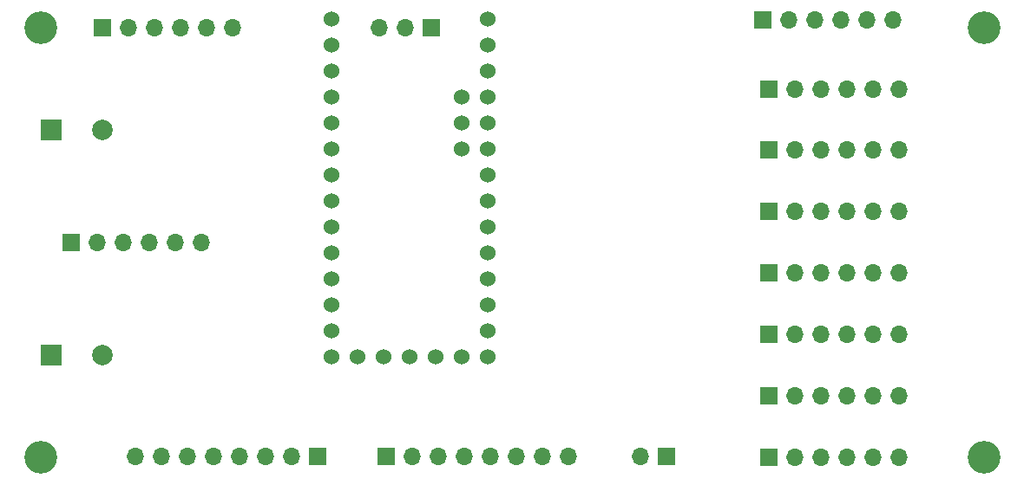
<source format=gbs>
G04 #@! TF.GenerationSoftware,KiCad,Pcbnew,5.1.5-52549c5~84~ubuntu18.04.1*
G04 #@! TF.CreationDate,2020-03-25T21:31:25-04:00*
G04 #@! TF.ProjectId,control,636f6e74-726f-46c2-9e6b-696361645f70,rev?*
G04 #@! TF.SameCoordinates,Original*
G04 #@! TF.FileFunction,Soldermask,Bot*
G04 #@! TF.FilePolarity,Negative*
%FSLAX46Y46*%
G04 Gerber Fmt 4.6, Leading zero omitted, Abs format (unit mm)*
G04 Created by KiCad (PCBNEW 5.1.5-52549c5~84~ubuntu18.04.1) date 2020-03-25 21:31:25*
%MOMM*%
%LPD*%
G04 APERTURE LIST*
%ADD10C,1.524000*%
%ADD11O,1.700000X1.700000*%
%ADD12R,1.700000X1.700000*%
%ADD13C,3.200000*%
%ADD14R,2.000000X2.000000*%
%ADD15C,2.000000*%
G04 APERTURE END LIST*
D10*
X60080000Y-30920000D03*
X60080000Y-28380000D03*
X60080000Y-25840000D03*
X47380000Y-18220000D03*
X47380000Y-20760000D03*
X47380000Y-23300000D03*
X47380000Y-25840000D03*
X47380000Y-28380000D03*
X47380000Y-30920000D03*
X47380000Y-33460000D03*
X47380000Y-36000000D03*
X47380000Y-38540000D03*
X47380000Y-41080000D03*
X47380000Y-43620000D03*
X47380000Y-46160000D03*
X47380000Y-48700000D03*
X47380000Y-51240000D03*
X49920000Y-51240000D03*
X52460000Y-51240000D03*
X55000000Y-51240000D03*
X57540000Y-51240000D03*
X60080000Y-51240000D03*
X62620000Y-51240000D03*
X62620000Y-48700000D03*
X62620000Y-46160000D03*
X62620000Y-43620000D03*
X62620000Y-41080000D03*
X62620000Y-38540000D03*
X62620000Y-36000000D03*
X62620000Y-33460000D03*
X62620000Y-30920000D03*
X62620000Y-28380000D03*
X62620000Y-25840000D03*
X62620000Y-23300000D03*
X62620000Y-20760000D03*
X62620000Y-18220000D03*
D11*
X52000000Y-19000000D03*
X54540000Y-19000000D03*
D12*
X57080000Y-19000000D03*
D13*
X111000000Y-19000000D03*
X111000000Y-61000000D03*
X19000000Y-19000000D03*
X19000000Y-61000000D03*
D11*
X37700000Y-19000000D03*
X35160000Y-19000000D03*
X32620000Y-19000000D03*
X30080000Y-19000000D03*
X27540000Y-19000000D03*
D12*
X25000000Y-19000000D03*
X89408000Y-18288000D03*
D11*
X91948000Y-18288000D03*
X94488000Y-18288000D03*
X97028000Y-18288000D03*
X99568000Y-18288000D03*
X102108000Y-18288000D03*
D14*
X20000000Y-29000000D03*
D15*
X25000000Y-29000000D03*
X25000000Y-51000000D03*
D14*
X20000000Y-51000000D03*
D11*
X28220000Y-60960000D03*
X30760000Y-60960000D03*
X33300000Y-60960000D03*
X35840000Y-60960000D03*
X38380000Y-60960000D03*
X40920000Y-60960000D03*
X43460000Y-60960000D03*
D12*
X46000000Y-60960000D03*
X52705000Y-60960000D03*
D11*
X55245000Y-60960000D03*
X57785000Y-60960000D03*
X60325000Y-60960000D03*
X62865000Y-60960000D03*
X65405000Y-60960000D03*
X67945000Y-60960000D03*
X70485000Y-60960000D03*
D12*
X21920000Y-40000000D03*
D11*
X24460000Y-40000000D03*
X27000000Y-40000000D03*
X29540000Y-40000000D03*
X32080000Y-40000000D03*
X34620000Y-40000000D03*
D12*
X90000000Y-25000000D03*
D11*
X92540000Y-25000000D03*
X95080000Y-25000000D03*
X97620000Y-25000000D03*
X100160000Y-25000000D03*
X102700000Y-25000000D03*
X102700000Y-31000000D03*
X100160000Y-31000000D03*
X97620000Y-31000000D03*
X95080000Y-31000000D03*
X92540000Y-31000000D03*
D12*
X90000000Y-31000000D03*
X90000000Y-37000000D03*
D11*
X92540000Y-37000000D03*
X95080000Y-37000000D03*
X97620000Y-37000000D03*
X100160000Y-37000000D03*
X102700000Y-37000000D03*
X102700000Y-43000000D03*
X100160000Y-43000000D03*
X97620000Y-43000000D03*
X95080000Y-43000000D03*
X92540000Y-43000000D03*
D12*
X90000000Y-43000000D03*
D11*
X102700000Y-49000000D03*
X100160000Y-49000000D03*
X97620000Y-49000000D03*
X95080000Y-49000000D03*
X92540000Y-49000000D03*
D12*
X90000000Y-49000000D03*
X90000000Y-55000000D03*
D11*
X92540000Y-55000000D03*
X95080000Y-55000000D03*
X97620000Y-55000000D03*
X100160000Y-55000000D03*
X102700000Y-55000000D03*
X102700000Y-61000000D03*
X100160000Y-61000000D03*
X97620000Y-61000000D03*
X95080000Y-61000000D03*
X92540000Y-61000000D03*
D12*
X90000000Y-61000000D03*
X80010000Y-60960000D03*
D11*
X77470000Y-60960000D03*
M02*

</source>
